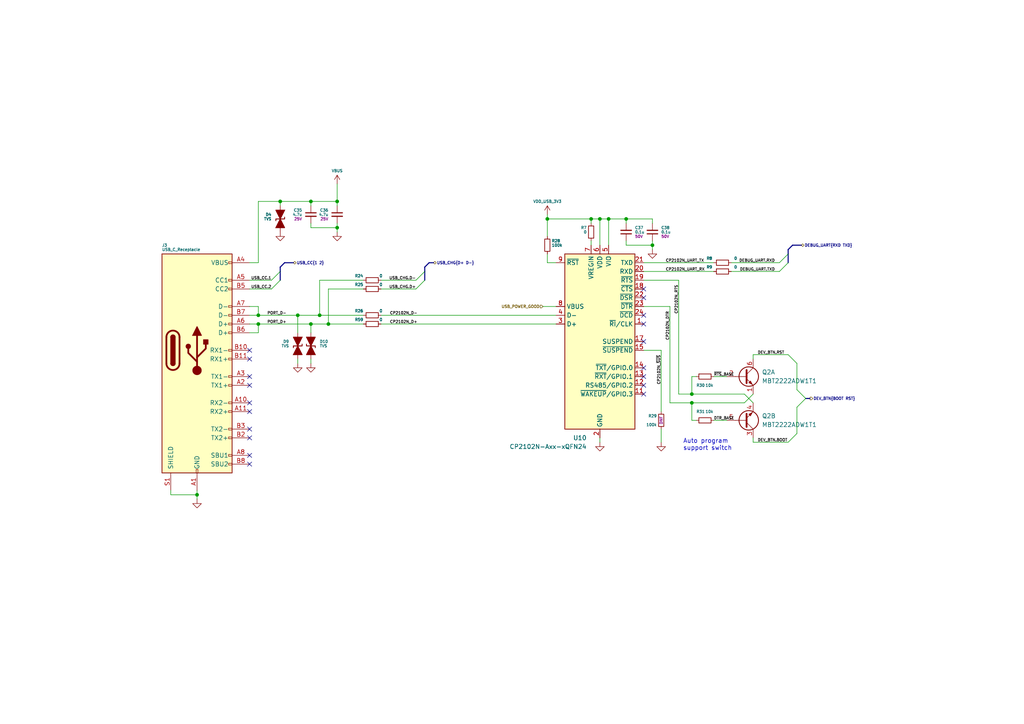
<source format=kicad_sch>
(kicad_sch (version 20211123) (generator eeschema)
  (paper "A4")
  (title_block (rev "A") (company "Frisius"))
  (lib_symbols
    (symbol "Connector:USB_C_Receptacle" (pin_names (offset 1.016))
      (property "Reference" "J" (at -10.16 29.21 0))
      (property "Value" "USB_C_Receptacle" (at 10.16 29.21 0))
      (symbol "USB_C_Receptacle_0_0"
        (rectangle (start -0.254 -35.56) (end 0.254 -34.544))
        (rectangle (start 10.16 -32.766) (end 9.144 -33.274))
        (rectangle (start 10.16 -30.226) (end 9.144 -30.734))
        (rectangle (start 10.16 -25.146) (end 9.144 -25.654))
        (rectangle (start 10.16 -22.606) (end 9.144 -23.114))
        (rectangle (start 10.16 -17.526) (end 9.144 -18.034))
        (rectangle (start 10.16 -14.986) (end 9.144 -15.494))
        (rectangle (start 10.16 -9.906) (end 9.144 -10.414))
        (rectangle (start 10.16 -7.366) (end 9.144 -7.874))
        (rectangle (start 10.16 -2.286) (end 9.144 -2.794))
        (rectangle (start 10.16 0.254) (end 9.144 -0.254))
        (rectangle (start 10.16 5.334) (end 9.144 4.826))
        (rectangle (start 10.16 7.874) (end 9.144 7.366))
        (rectangle (start 10.16 10.414) (end 9.144 9.906))
        (rectangle (start 10.16 12.954) (end 9.144 12.446))
        (rectangle (start 10.16 18.034) (end 9.144 17.526))
        (rectangle (start 10.16 20.574) (end 9.144 20.066))
        (rectangle (start 10.16 25.654) (end 9.144 25.146))
      )
      (symbol "USB_C_Receptacle_0_1"
        (rectangle (start -10.16 27.94) (end 10.16 -35.56) (stroke (width 0.254)) (fill (type background)))
        (arc (start -8.89 -3.81) (mid -6.985 -5.715) (end -5.08 -3.81) (stroke (width 0.508)))
        (arc (start -7.62 -3.81) (mid -6.985 -4.445) (end -6.35 -3.81) (stroke (width 0.254)))
        (arc (start -7.62 -3.81) (mid -6.985 -4.445) (end -6.35 -3.81) (stroke (width 0.254)) (fill (type outline)))
        (rectangle (start -7.62 -3.81) (end -6.35 3.81) (stroke (width 0.254)) (fill (type outline)))
        (arc (start -6.35 3.81) (mid -6.985 4.445) (end -7.62 3.81) (stroke (width 0.254)))
        (arc (start -6.35 3.81) (mid -6.985 4.445) (end -7.62 3.81) (stroke (width 0.254)) (fill (type outline)))
        (arc (start -5.08 3.81) (mid -6.985 5.715) (end -8.89 3.81) (stroke (width 0.508)))
        (polyline (pts (xy -8.89 -3.81) (xy -8.89 3.81)) (stroke (width 0.508)))
        (polyline (pts (xy -5.08 3.81) (xy -5.08 -3.81)) (stroke (width 0.508)))
      )
      (symbol "USB_C_Receptacle_1_1"
        (circle (center -2.54 1.143) (radius 0.635) (stroke (width 0.254)) (fill (type outline)))
        (circle (center 0 -5.842) (radius 1.27) (fill (type outline)))
        (polyline (pts (xy 0 -5.842) (xy 0 4.318)) (stroke (width 0.508)))
        (polyline (pts (xy 0 -3.302) (xy -2.54 -0.762) (xy -2.54 0.508)) (stroke (width 0.508)))
        (polyline (pts (xy 0 -2.032) (xy 2.54 0.508) (xy 2.54 1.778)) (stroke (width 0.508)))
        (polyline (pts (xy -1.27 4.318) (xy 0 6.858) (xy 1.27 4.318) (xy -1.27 4.318)) (stroke (width 0.254)) (fill (type outline)))
        (rectangle (start 1.905 1.778) (end 3.175 3.048) (stroke (width 0.254)) (fill (type outline)))
        (pin passive line (at 0 -40.64 90) (length 5.08) (name "GND") (number "A1"))
        (pin bidirectional line (at 15.24 -15.24 180) (length 5.08) (name "RX2-") (number "A10"))
        (pin bidirectional line (at 15.24 -17.78 180) (length 5.08) (name "RX2+") (number "A11"))
        (pin passive line (at 0 -40.64 90) (length 5.08) hide (name "GND") (number "A12"))
        (pin bidirectional line (at 15.24 -10.16 180) (length 5.08) (name "TX1+") (number "A2"))
        (pin bidirectional line (at 15.24 -7.62 180) (length 5.08) (name "TX1-") (number "A3"))
        (pin passive line (at 15.24 25.4 180) (length 5.08) (name "VBUS") (number "A4"))
        (pin bidirectional line (at 15.24 20.32 180) (length 5.08) (name "CC1") (number "A5"))
        (pin bidirectional line (at 15.24 7.62 180) (length 5.08) (name "D+") (number "A6"))
        (pin bidirectional line (at 15.24 12.7 180) (length 5.08) (name "D-") (number "A7"))
        (pin bidirectional line (at 15.24 -30.48 180) (length 5.08) (name "SBU1") (number "A8"))
        (pin passive line (at 15.24 25.4 180) (length 5.08) hide (name "VBUS") (number "A9"))
        (pin passive line (at 0 -40.64 90) (length 5.08) hide (name "GND") (number "B1"))
        (pin bidirectional line (at 15.24 0 180) (length 5.08) (name "RX1-") (number "B10"))
        (pin bidirectional line (at 15.24 -2.54 180) (length 5.08) (name "RX1+") (number "B11"))
        (pin passive line (at 0 -40.64 90) (length 5.08) hide (name "GND") (number "B12"))
        (pin bidirectional line (at 15.24 -25.4 180) (length 5.08) (name "TX2+") (number "B2"))
        (pin bidirectional line (at 15.24 -22.86 180) (length 5.08) (name "TX2-") (number "B3"))
        (pin passive line (at 15.24 25.4 180) (length 5.08) hide (name "VBUS") (number "B4"))
        (pin bidirectional line (at 15.24 17.78 180) (length 5.08) (name "CC2") (number "B5"))
        (pin bidirectional line (at 15.24 5.08 180) (length 5.08) (name "D+") (number "B6"))
        (pin bidirectional line (at 15.24 10.16 180) (length 5.08) (name "D-") (number "B7"))
        (pin bidirectional line (at 15.24 -33.02 180) (length 5.08) (name "SBU2") (number "B8"))
        (pin passive line (at 15.24 25.4 180) (length 5.08) hide (name "VBUS") (number "B9"))
        (pin passive line (at -7.62 -40.64 90) (length 5.08) (name "SHIELD") (number "S1"))
      )
    )
    (symbol "Device:C_Small" (pin_numbers hide) (pin_names (offset 0.254) hide)
      (property "Reference" "C" (at 0.254 1.778 0))
      (property "Value" "C_Small" (at 0.254 -2.032 0))
      (symbol "C_Small_0_1"
        (polyline (pts (xy -1.524 -0.508) (xy 1.524 -0.508)) (stroke (width 0.3302)))
        (polyline (pts (xy -1.524 0.508) (xy 1.524 0.508)) (stroke (width 0.3048)))
      )
      (symbol "C_Small_1_1"
        (pin passive line (at 0 2.54 270) (length 2.032) (name "~") (number "1"))
        (pin passive line (at 0 -2.54 90) (length 2.032) (name "~") (number "2"))
      )
    )
    (symbol "Device:D_TVS_Filled" (pin_numbers hide) (pin_names (offset 1.016) hide)
      (property "Reference" "D" (at 0 2.54 0))
      (property "Value" "D_TVS_Filled" (at 0 -2.54 0))
      (symbol "D_TVS_Filled_0_1"
        (polyline (pts (xy 1.27 0) (xy -1.27 0)))
        (polyline (pts (xy -2.54 -1.27) (xy 0 0) (xy -2.54 1.27) (xy -2.54 -1.27)) (stroke (width 0.254)) (fill (type outline)))
        (polyline (pts (xy 0.508 1.27) (xy 0 1.27) (xy 0 -1.27) (xy -0.508 -1.27)) (stroke (width 0.254)))
        (polyline (pts (xy 2.54 1.27) (xy 2.54 -1.27) (xy 0 0) (xy 2.54 1.27)) (stroke (width 0.254)) (fill (type outline)))
      )
      (symbol "D_TVS_Filled_1_1"
        (pin passive line (at -3.81 0 0) (length 2.54) (name "A1") (number "1"))
        (pin passive line (at 3.81 0 180) (length 2.54) (name "A2") (number "2"))
      )
    )
    (symbol "Device:R_Small" (pin_numbers hide) (pin_names (offset 0.254) hide)
      (property "Reference" "R" (at 0.762 0.508 0))
      (property "Value" "R_Small" (at 0.762 -1.016 0))
      (symbol "R_Small_0_1"
        (rectangle (start -0.762 1.778) (end 0.762 -1.778) (stroke (width 0.2032)))
      )
      (symbol "R_Small_1_1"
        (pin passive line (at 0 2.54 270) (length 0.762) (name "~") (number "1"))
        (pin passive line (at 0 -2.54 90) (length 0.762) (name "~") (number "2"))
      )
    )
    (symbol "Interface_USB:CP2102N-Axx-xQFN24"
      (property "Reference" "U" (at -8.89 26.67 0))
      (property "Value" "CP2102N-Axx-xQFN24" (at 13.97 26.67 0))
      (symbol "CP2102N-Axx-xQFN24_0_1"
        (rectangle (start -10.16 25.4) (end 10.16 -25.4) (stroke (width 0.254)) (fill (type background)))
      )
      (symbol "CP2102N-Axx-xQFN24_1_1"
        (pin bidirectional line (at 12.7 5.08 180) (length 2.54) (name "~{RI}/CLK") (number "1"))
        (pin no_connect line (at -10.16 -22.86 0) (length 2.54) hide (name "NC") (number "10"))
        (pin bidirectional line (at 12.7 -15.24 180) (length 2.54) (name "~{WAKEUP}/GPIO.3") (number "11"))
        (pin bidirectional line (at 12.7 -12.7 180) (length 2.54) (name "RS485/GPIO.2") (number "12"))
        (pin bidirectional line (at 12.7 -10.16 180) (length 2.54) (name "~{RXT}/GPIO.1") (number "13"))
        (pin bidirectional line (at 12.7 -7.62 180) (length 2.54) (name "~{TXT}/GPIO.0") (number "14"))
        (pin output line (at 12.7 -2.54 180) (length 2.54) (name "~{SUSPEND}") (number "15"))
        (pin no_connect line (at 10.16 -22.86 180) (length 2.54) hide (name "NC") (number "16"))
        (pin output line (at 12.7 0 180) (length 2.54) (name "SUSPEND") (number "17"))
        (pin input line (at 12.7 15.24 180) (length 2.54) (name "~{CTS}") (number "18"))
        (pin output line (at 12.7 17.78 180) (length 2.54) (name "~{RTS}") (number "19"))
        (pin power_in line (at 0 -27.94 90) (length 2.54) (name "GND") (number "2"))
        (pin input line (at 12.7 20.32 180) (length 2.54) (name "RXD") (number "20"))
        (pin output line (at 12.7 22.86 180) (length 2.54) (name "TXD") (number "21"))
        (pin input line (at 12.7 12.7 180) (length 2.54) (name "~{DSR}") (number "22"))
        (pin output line (at 12.7 10.16 180) (length 2.54) (name "~{DTR}") (number "23"))
        (pin input line (at 12.7 7.62 180) (length 2.54) (name "~{DCD}") (number "24"))
        (pin passive line (at 0 -27.94 90) (length 2.54) hide (name "GND") (number "25"))
        (pin bidirectional line (at -12.7 5.08 0) (length 2.54) (name "D+") (number "3"))
        (pin bidirectional line (at -12.7 7.62 0) (length 2.54) (name "D-") (number "4"))
        (pin power_in line (at 2.54 27.94 270) (length 2.54) (name "VIO") (number "5"))
        (pin power_in line (at 0 27.94 270) (length 2.54) (name "VDD") (number "6"))
        (pin power_in line (at -2.54 27.94 270) (length 2.54) (name "VREGIN") (number "7"))
        (pin input line (at -12.7 10.16 0) (length 2.54) (name "VBUS") (number "8"))
        (pin input line (at -12.7 22.86 0) (length 2.54) (name "~{RST}") (number "9"))
      )
    )
    (symbol "Transistor_BJT:MBT2222ADW1T1" (pin_names (offset 0) hide)
      (property "Reference" "Q" (at 5.08 1.27 0))
      (property "Value" "MBT2222ADW1T1" (at 5.08 -1.27 0))
      (symbol "MBT2222ADW1T1_0_1"
        (polyline (pts (xy 0.635 0) (xy -2.54 0)))
        (polyline (pts (xy 0.635 0.635) (xy 2.54 2.54)))
        (polyline (pts (xy 0.635 -0.635) (xy 2.54 -2.54) (xy 2.54 -2.54)))
        (polyline (pts (xy 0.635 1.905) (xy 0.635 -1.905) (xy 0.635 -1.905)) (stroke (width 0.508)))
        (polyline (pts (xy 1.27 -1.778) (xy 1.778 -1.27) (xy 2.286 -2.286) (xy 1.27 -1.778) (xy 1.27 -1.778)) (fill (type outline)))
        (circle (center 1.27 0) (radius 2.8194) (stroke (width 0.254)))
      )
      (symbol "MBT2222ADW1T1_1_1"
        (pin passive line (at 2.54 -5.08 90) (length 2.54) (name "E1") (number "1"))
        (pin input line (at -5.08 0 0) (length 2.54) (name "B1") (number "2"))
        (pin passive line (at 2.54 5.08 270) (length 2.54) (name "C1") (number "6"))
      )
      (symbol "MBT2222ADW1T1_2_1"
        (pin passive line (at 2.54 5.08 270) (length 2.54) (name "C2") (number "3"))
        (pin passive line (at 2.54 -5.08 90) (length 2.54) (name "E2") (number "4"))
        (pin input line (at -5.08 0 0) (length 2.54) (name "B2") (number "5"))
      )
    )
    (symbol "bt_power:VDD_USB_3V3" (power) (in_bom no) (on_board no)
      (property "Value" "VDD_USB_3V3" (at 0.2286 3.5814 0))
      (symbol "VDD_USB_3V3_0_1"
        (polyline (pts (xy -0.762 1.27) (xy 0 2.54)))
        (polyline (pts (xy 0 0) (xy 0 2.54)))
        (polyline (pts (xy 0 2.54) (xy 0.762 1.27)))
      )
      (symbol "VDD_USB_3V3_1_1"
        (pin power_in line (at 0 0 90) (length 0) hide (name "VDD_USB_3V3") (number "1"))
      )
    )
    (symbol "power:GND" (power) (pin_names (offset 0))
      (property "Value" "GND" (at 0 -3.81 0))
      (symbol "GND_0_1"
        (polyline (pts (xy 0 0) (xy 0 -1.27) (xy 1.27 -1.27) (xy 0 -2.54) (xy -1.27 -1.27) (xy 0 -1.27)))
      )
      (symbol "GND_1_1"
        (pin power_in line (at 0 0 270) (length 0) hide (name "GND") (number "1"))
      )
    )
    (symbol "power:VBUS" (power) (pin_names (offset 0))
      (property "Value" "VBUS" (at 0 3.81 0))
      (symbol "VBUS_0_1"
        (polyline (pts (xy -0.762 1.27) (xy 0 2.54)))
        (polyline (pts (xy 0 0) (xy 0 2.54)))
        (polyline (pts (xy 0 2.54) (xy 0.762 1.27)))
      )
      (symbol "VBUS_1_1"
        (pin power_in line (at 0 0 90) (length 0) hide (name "VBUS") (number "1"))
      )
    )
  )
  (junction (at 181.61 63.5))
  (junction (at 95.25 93.98))
  (junction (at 200.66 116.84))
  (junction (at 74.93 93.98))
  (junction (at 92.71 91.44))
  (junction (at 171.45 63.5))
  (junction (at 97.79 66.04))
  (junction (at 173.99 63.5))
  (junction (at 176.53 63.5))
  (junction (at 81.28 58.42))
  (junction (at 74.93 91.44))
  (junction (at 90.17 93.98))
  (junction (at 97.79 58.42))
  (junction (at 189.23 71.12))
  (junction (at 200.66 114.3))
  (junction (at 158.75 63.5))
  (junction (at 90.17 58.42))
  (junction (at 57.15 143.51))
  (junction (at 86.36 91.44))
  (no_connect (at 186.69 83.82))
  (no_connect (at 186.69 114.3))
  (no_connect (at 186.69 91.44))
  (no_connect (at 186.69 86.36))
  (no_connect (at 186.69 93.98))
  (no_connect (at 186.69 111.76))
  (no_connect (at 72.39 134.62))
  (no_connect (at 72.39 101.6))
  (no_connect (at 72.39 109.22))
  (no_connect (at 72.39 104.14))
  (no_connect (at 72.39 111.76))
  (no_connect (at 72.39 132.08))
  (no_connect (at 72.39 119.38))
  (no_connect (at 72.39 116.84))
  (no_connect (at 72.39 127))
  (no_connect (at 72.39 124.46))
  (no_connect (at 186.69 99.06))
  (no_connect (at 186.69 106.68))
  (no_connect (at 186.69 109.22))
  (bus_entry (at 228.6 76.2) (size -2.54 2.54))
  (bus_entry (at 123.19 81.28) (size -2.54 2.54))
  (bus_entry (at 81.28 81.28) (size -2.54 2.54))
  (bus_entry (at 228.6 73.66) (size -2.54 2.54))
  (bus_entry (at 231.14 118.11) (size 2.54 -2.54))
  (bus_entry (at 123.19 78.74) (size -2.54 2.54))
  (bus_entry (at 231.14 113.03) (size 2.54 2.54))
  (bus_entry (at 81.28 78.74) (size -2.54 2.54))
  (wire (pts (xy 72.39 83.82) (xy 78.74 83.82)))
  (wire (pts (xy 72.39 81.28) (xy 78.74 81.28)))
  (wire (pts (xy 194.31 116.84) (xy 200.66 116.84)))
  (wire (pts (xy 90.17 64.77) (xy 90.17 66.04)))
  (wire (pts (xy 207.01 121.92) (xy 210.82 121.92)))
  (wire (pts (xy 57.15 143.51) (xy 57.15 142.24)))
  (wire (pts (xy 74.93 91.44) (xy 86.36 91.44)))
  (bus (pts (xy 82.55 76.2) (xy 81.28 77.47)))
  (wire (pts (xy 95.25 83.82) (xy 95.25 93.98)))
  (wire (pts (xy 196.85 81.28) (xy 196.85 114.3)))
  (wire (pts (xy 231.14 125.73) (xy 228.6 128.27)))
  (wire (pts (xy 90.17 66.04) (xy 97.79 66.04)))
  (wire (pts (xy 86.36 91.44) (xy 86.36 96.52)))
  (wire (pts (xy 207.01 109.22) (xy 210.82 109.22)))
  (wire (pts (xy 186.69 88.9) (xy 194.31 88.9)))
  (wire (pts (xy 171.45 69.85) (xy 171.45 71.12)))
  (bus (pts (xy 81.28 77.47) (xy 81.28 78.74)))
  (wire (pts (xy 189.23 63.5) (xy 181.61 63.5)))
  (bus (pts (xy 81.28 78.74) (xy 81.28 81.28)))
  (wire (pts (xy 196.85 114.3) (xy 200.66 114.3)))
  (wire (pts (xy 57.15 143.51) (xy 57.15 144.78)))
  (wire (pts (xy 72.39 88.9) (xy 74.93 88.9)))
  (wire (pts (xy 97.79 53.34) (xy 97.79 58.42)))
  (wire (pts (xy 74.93 88.9) (xy 74.93 91.44)))
  (wire (pts (xy 191.77 101.6) (xy 186.69 101.6)))
  (wire (pts (xy 186.69 78.74) (xy 207.01 78.74)))
  (wire (pts (xy 110.49 93.98) (xy 161.29 93.98)))
  (wire (pts (xy 181.61 63.5) (xy 176.53 63.5)))
  (wire (pts (xy 173.99 63.5) (xy 171.45 63.5)))
  (wire (pts (xy 218.44 102.87) (xy 228.6 102.87)))
  (wire (pts (xy 90.17 59.69) (xy 90.17 58.42)))
  (wire (pts (xy 218.44 102.87) (xy 218.44 104.14)))
  (wire (pts (xy 81.28 58.42) (xy 90.17 58.42)))
  (wire (pts (xy 157.48 88.9) (xy 161.29 88.9)))
  (wire (pts (xy 158.75 73.66) (xy 158.75 76.2)))
  (wire (pts (xy 74.93 76.2) (xy 72.39 76.2)))
  (wire (pts (xy 218.44 128.27) (xy 228.6 128.27)))
  (wire (pts (xy 74.93 93.98) (xy 90.17 93.98)))
  (wire (pts (xy 212.09 78.74) (xy 226.06 78.74)))
  (wire (pts (xy 200.66 121.92) (xy 201.93 121.92)))
  (wire (pts (xy 97.79 66.04) (xy 97.79 67.31)))
  (wire (pts (xy 189.23 71.12) (xy 189.23 72.39)))
  (wire (pts (xy 110.49 83.82) (xy 120.65 83.82)))
  (wire (pts (xy 215.9 116.84) (xy 218.44 114.3)))
  (wire (pts (xy 215.9 114.3) (xy 218.44 116.84)))
  (bus (pts (xy 123.19 78.74) (xy 123.19 77.47)))
  (wire (pts (xy 171.45 63.5) (xy 171.45 64.77)))
  (wire (pts (xy 191.77 119.38) (xy 191.77 101.6)))
  (wire (pts (xy 72.39 93.98) (xy 74.93 93.98)))
  (wire (pts (xy 110.49 81.28) (xy 120.65 81.28)))
  (wire (pts (xy 72.39 91.44) (xy 74.93 91.44)))
  (bus (pts (xy 123.19 77.47) (xy 124.46 76.2)))
  (wire (pts (xy 49.53 142.24) (xy 49.53 143.51)))
  (wire (pts (xy 189.23 64.77) (xy 189.23 63.5)))
  (wire (pts (xy 231.14 105.41) (xy 228.6 102.87)))
  (wire (pts (xy 49.53 143.51) (xy 57.15 143.51)))
  (wire (pts (xy 176.53 63.5) (xy 176.53 71.12)))
  (bus (pts (xy 82.55 76.2) (xy 85.09 76.2)))
  (wire (pts (xy 90.17 58.42) (xy 97.79 58.42)))
  (bus (pts (xy 228.6 72.39) (xy 229.87 71.12)))
  (wire (pts (xy 173.99 128.27) (xy 173.99 127)))
  (wire (pts (xy 200.66 116.84) (xy 200.66 121.92)))
  (wire (pts (xy 181.61 69.85) (xy 181.61 71.12)))
  (wire (pts (xy 92.71 81.28) (xy 92.71 91.44)))
  (wire (pts (xy 181.61 63.5) (xy 181.61 64.77)))
  (bus (pts (xy 124.46 76.2) (xy 125.73 76.2)))
  (wire (pts (xy 189.23 71.12) (xy 189.23 69.85)))
  (wire (pts (xy 200.66 109.22) (xy 201.93 109.22)))
  (wire (pts (xy 86.36 91.44) (xy 92.71 91.44)))
  (wire (pts (xy 218.44 128.27) (xy 218.44 127)))
  (wire (pts (xy 200.66 116.84) (xy 215.9 116.84)))
  (wire (pts (xy 74.93 58.42) (xy 74.93 76.2)))
  (wire (pts (xy 196.85 81.28) (xy 186.69 81.28)))
  (bus (pts (xy 123.19 81.28) (xy 123.19 78.74)))
  (wire (pts (xy 97.79 59.69) (xy 97.79 58.42)))
  (wire (pts (xy 231.14 118.11) (xy 231.14 125.73)))
  (wire (pts (xy 95.25 93.98) (xy 105.41 93.98)))
  (wire (pts (xy 72.39 96.52) (xy 74.93 96.52)))
  (wire (pts (xy 90.17 93.98) (xy 95.25 93.98)))
  (wire (pts (xy 158.75 76.2) (xy 161.29 76.2)))
  (wire (pts (xy 173.99 63.5) (xy 173.99 71.12)))
  (bus (pts (xy 234.95 115.57) (xy 233.68 115.57)))
  (wire (pts (xy 158.75 62.23) (xy 158.75 63.5)))
  (bus (pts (xy 232.41 71.12) (xy 229.87 71.12)))
  (wire (pts (xy 74.93 58.42) (xy 81.28 58.42)))
  (wire (pts (xy 105.41 81.28) (xy 92.71 81.28)))
  (wire (pts (xy 181.61 71.12) (xy 189.23 71.12)))
  (wire (pts (xy 200.66 114.3) (xy 215.9 114.3)))
  (wire (pts (xy 105.41 83.82) (xy 95.25 83.82)))
  (wire (pts (xy 186.69 76.2) (xy 207.01 76.2)))
  (wire (pts (xy 158.75 63.5) (xy 158.75 68.58)))
  (wire (pts (xy 90.17 93.98) (xy 90.17 96.52)))
  (wire (pts (xy 81.28 59.69) (xy 81.28 58.42)))
  (wire (pts (xy 231.14 113.03) (xy 231.14 105.41)))
  (wire (pts (xy 176.53 63.5) (xy 173.99 63.5)))
  (bus (pts (xy 228.6 72.39) (xy 228.6 73.66)))
  (wire (pts (xy 158.75 63.5) (xy 171.45 63.5)))
  (wire (pts (xy 194.31 88.9) (xy 194.31 116.84)))
  (wire (pts (xy 212.09 76.2) (xy 226.06 76.2)))
  (wire (pts (xy 92.71 91.44) (xy 105.41 91.44)))
  (wire (pts (xy 110.49 91.44) (xy 161.29 91.44)))
  (wire (pts (xy 90.17 104.14) (xy 90.17 105.41)))
  (wire (pts (xy 191.77 124.46) (xy 191.77 128.27)))
  (wire (pts (xy 200.66 109.22) (xy 200.66 114.3)))
  (wire (pts (xy 74.93 96.52) (xy 74.93 93.98)))
  (bus (pts (xy 228.6 73.66) (xy 228.6 76.2)))
  (wire (pts (xy 86.36 104.14) (xy 86.36 105.41)))
  (wire (pts (xy 97.79 64.77) (xy 97.79 66.04)))
  (text "Auto program\nsupport switch" (at 198.12 130.81 0) (effects (font (size 1.27 1.27)) (justify left bottom)))
  (label "DEBUG_UART.RXD" (at 224.79 76.2 180) (effects (font (size 0.8 0.8))))
  (label "DEV_BTN.BOOT" (at 219.71 128.27 0) (effects (font (size 0.8 0.8))))
  (label "USB_CC.1" (at 78.74 81.28 180) (effects (font (size 0.8 0.8))))
  (label "DTR_BASE" (at 207.01 121.92 0) (effects (font (size 0.8 0.8))))
  (label "CP2102N_UART_RX" (at 193.04 78.74 0) (effects (font (size 0.8 0.8))))
  (label "CP2102N_D-" (at 113.03 91.44 0) (effects (font (size 0.8 0.8))))
  (label "PORT_D-" (at 77.47 91.44 0) (effects (font (size 0.8 0.8))))
  (label "DEV_BTN.RST" (at 219.71 102.87 0) (effects (font (size 0.8 0.8))))
  (label "CP2102N_~{SUS}" (at 191.77 102.87 270) (effects (font (size 0.8 0.8))))
  (label "USB_CC.2" (at 78.74 83.82 180) (effects (font (size 0.8 0.8))))
  (label "CP2102N_DTR" (at 194.31 90.17 270) (effects (font (size 0.8 0.8))))
  (label "CP2102N_D+" (at 113.03 93.98 0) (effects (font (size 0.8 0.8))))
  (label "CP2102N_RTS" (at 196.85 82.55 270) (effects (font (size 0.8 0.8))))
  (label "DEBUG_UART.TXD" (at 224.79 78.74 180) (effects (font (size 0.8 0.8))))
  (label "USB_CHG.D-" (at 120.65 81.28 180) (effects (font (size 0.8 0.8))))
  (label "USB_CHG.D+" (at 120.65 83.82 180) (effects (font (size 0.8 0.8))))
  (label "CP2102N_UART_TX" (at 193.04 76.2 0) (effects (font (size 0.8 0.8))))
  (label "~{RTS}_BASE" (at 207.01 109.22 0) (effects (font (size 0.8 0.8))))
  (label "PORT_D+" (at 77.47 93.98 0) (effects (font (size 0.8 0.8))))
  (hierarchical_label "USB_CC{1 2}" (shape bidirectional) (at 85.09 76.2 0) (effects (font (size 0.8 0.8))))
  (hierarchical_label "USB_CHG{D+ D-}" (shape bidirectional) (at 125.73 76.2 0) (effects (font (size 0.8 0.8))))
  (hierarchical_label "USB_POWER_GOOD" (shape input) (at 157.48 88.9 180) (effects (font (size 0.8 0.8))))
  (hierarchical_label "DEV_BTN{BOOT RST}" (shape output) (at 234.95 115.57 0) (effects (font (size 0.8 0.8))))
  (hierarchical_label "DEBUG_UART{RXD TXD}" (shape bidirectional) (at 232.41 71.12 0) (effects (font (size 0.8 0.8))))
  (symbol (lib_id "Device:D_TVS_Filled") (at 90.17 100.33 90) (unit 1)
    (property "Reference" "D10" (at 92.71 99.06 90) (effects (font (size 0.8 0.8)) (justify right)))
    (property "Value" "TVS" (at 92.71 100.33 90) (effects (font (size 0.8 0.8)) (justify right)))
    (property "Footprint" "Diode_SMD:D_SOD-523" (effects hide))
  )
  (symbol (lib_id "Device:C_Small") (at 181.61 67.31 0) (mirror x) (unit 1)
    (property "Reference" "C37" (at 184.15 66.04 0) (effects (font (size 0.8 0.8)) (justify left)))
    (property "Value" "0.1u" (at 184.15 67.31 0) (effects (font (size 0.8 0.8)) (justify left)))
    (property "Footprint" "Capacitor_SMD:C_0402_1005Metric" (effects hide))
    (property "Voltage" "50V" (at 184.15 68.58 0) (effects (font (size 0.8 0.8)) (justify left)))
  )
  (symbol (lib_id "Device:R_Small") (at 209.55 76.2 270) (mirror x) (unit 1)
    (property "Reference" "R8" (at 205.74 74.93 90) (effects (font (size 0.8 0.8))))
    (property "Value" "0" (at 213.36 74.93 90) (effects (font (size 0.8 0.8))))
    (property "Footprint" "Resistor_SMD:R_0402_1005Metric" (effects hide))
  )
  (symbol (lib_id "Device:C_Small") (at 97.79 62.23 0) (mirror y) (unit 1)
    (property "Reference" "C36" (at 95.25 60.96 0) (effects (font (size 0.8 0.8)) (justify left)))
    (property "Value" "4.7u" (at 95.25 62.23 0) (effects (font (size 0.8 0.8)) (justify left)))
    (property "Footprint" "Capacitor_SMD:C_0603_1608Metric" (effects hide))
    (property "Voltage" "25V" (at 95.25 63.5 0) (effects (font (size 0.8 0.8)) (justify left)))
  )
  (symbol (lib_id "Device:D_TVS_Filled") (at 86.36 100.33 270) (mirror x) (unit 1)
    (property "Reference" "D9" (at 83.82 99.06 90) (effects (font (size 0.8 0.8)) (justify right)))
    (property "Value" "TVS" (at 83.82 100.33 90) (effects (font (size 0.8 0.8)) (justify right)))
    (property "Footprint" "Diode_SMD:D_SOD-523" (effects hide))
  )
  (symbol (lib_id "Device:R_Small") (at 209.55 78.74 270) (mirror x) (unit 1)
    (property "Reference" "R9" (at 205.74 77.47 90) (effects (font (size 0.8 0.8))))
    (property "Value" "0" (at 213.36 77.47 90) (effects (font (size 0.8 0.8))))
    (property "Footprint" "Resistor_SMD:R_0402_1005Metric" (effects hide))
  )
  (symbol (lib_id "power:GND") (at 173.99 128.27 0) (unit 1)
    (property "Reference" "#PWR048" (effects hide))
    (property "Value" "GND" (effects hide))
  )
  (symbol (lib_id "power:GND") (at 97.79 67.31 0) (unit 1)
    (property "Reference" "#PWR042" (effects hide))
    (property "Value" "GND" (effects hide))
  )
  (symbol (lib_id "Device:R_Small") (at 107.95 83.82 90) (unit 1)
    (property "Reference" "R25" (at 104.14 82.55 90) (effects (font (size 0.8 0.8))))
    (property "Value" "0" (at 110.49 82.55 90) (effects (font (size 0.8 0.8))))
    (property "Footprint" "Resistor_SMD:R_0402_1005Metric" (effects hide))
  )
  (symbol (lib_id "Connector:USB_C_Receptacle") (at 57.15 101.6 0) (unit 1)
    (property "Reference" "J3" (at 46.99 71.12 0) (effects (font (size 0.8 0.8)) (justify left)))
    (property "Value" "USB_C_Receptacle" (at 46.99 72.39 0) (effects (font (size 0.8 0.8)) (justify left)))
    (property "Footprint" "bt_Connector_USB:AMPHENOL_124019032112A" (effects hide))
    (property "Datasheet" "https://www.usb.org/sites/default/files/documents/usb_type-c.zip" (effects hide))
  )
  (symbol (lib_id "power:GND") (at 90.17 105.41 0) (unit 1)
    (property "Reference" "#PWR0102" (effects hide))
    (property "Value" "GND" (effects hide))
  )
  (symbol (lib_id "Device:R_Small") (at 171.45 67.31 0) (mirror x) (unit 1)
    (property "Reference" "R7" (at 170.18 66.04 0) (effects (font (size 0.8 0.8)) (justify right)))
    (property "Value" "0" (at 170.18 67.31 0) (effects (font (size 0.8 0.8)) (justify right)))
    (property "Footprint" "Resistor_SMD:R_0402_1005Metric" (effects hide))
  )
  (symbol (lib_id "Device:R_Small") (at 158.75 71.12 180) (unit 1)
    (property "Reference" "R28" (at 160.02 69.85 0) (effects (font (size 0.8 0.8)) (justify right)))
    (property "Value" "100k" (at 160.02 71.12 0) (effects (font (size 0.8 0.8)) (justify right)))
    (property "Footprint" "Resistor_SMD:R_0402_1005Metric" (effects hide))
  )
  (symbol (lib_id "power:GND") (at 81.28 67.31 0) (unit 1)
    (property "Reference" "#PWR040" (effects hide))
    (property "Value" "GND" (effects hide))
  )
  (symbol (lib_id "power:GND") (at 191.77 128.27 0) (unit 1)
    (property "Reference" "#PWR050" (effects hide))
    (property "Value" "GND" (effects hide))
  )
  (symbol (lib_id "bt_power:VDD_USB_3V3") (at 158.75 62.23 0) (unit 1) (in_bom no) (on_board no)
    (property "Reference" "#U0106" (effects hide))
    (property "Value" "VDD_USB_3V3" (at 158.75 58.42 0) (effects (font (size 0.8 0.8))))
  )
  (symbol (lib_id "Interface_USB:CP2102N-Axx-xQFN24") (at 173.99 99.06 0) (unit 1)
    (property "Reference" "U10" (at 170.18 127 0) (effects (justify right)))
    (property "Value" "CP2102N-Axx-xQFN24" (at 170.18 129.54 0) (effects (justify right)))
    (property "Footprint" "Package_DFN_QFN:QFN-24-1EP_4x4mm_P0.5mm_EP2.6x2.6mm" (effects hide))
    (property "Datasheet" "https://www.silabs.com/documents/public/data-sheets/cp2102n-datasheet.pdf" (effects hide))
  )
  (symbol (lib_id "Device:R_Small") (at 191.77 121.92 0) (unit 1)
    (property "Reference" "R29" (at 190.5 120.65 0) (effects (font (size 0.8 0.8)) (justify right)))
    (property "Value" "100k" (at 190.5 123.19 0) (effects (font (size 0.8 0.8)) (justify right)))
    (property "Footprint" "Resistor_SMD:R_0402_1005Metric" (effects hide))
    (property "DNF" "DNF" (at 191.77 120.65 90) (effects (font (size 0.8 0.8)) (justify right)))
  )
  (symbol (lib_id "power:GND") (at 189.23 72.39 0) (mirror y) (unit 1)
    (property "Reference" "#PWR0103" (effects hide))
    (property "Value" "GND" (effects hide))
  )
  (symbol (lib_id "Device:C_Small") (at 189.23 67.31 0) (mirror x) (unit 1)
    (property "Reference" "C38" (at 191.77 66.04 0) (effects (font (size 0.8 0.8)) (justify left)))
    (property "Value" "0.1u" (at 191.77 67.31 0) (effects (font (size 0.8 0.8)) (justify left)))
    (property "Footprint" "Capacitor_SMD:C_0402_1005Metric" (effects hide))
    (property "Voltage" "50V" (at 191.77 68.58 0) (effects (font (size 0.8 0.8)) (justify left)))
  )
  (symbol (lib_id "Device:R_Small") (at 107.95 93.98 90) (unit 1)
    (property "Reference" "R59" (at 104.14 92.71 90) (effects (font (size 0.8 0.8))))
    (property "Value" "0" (at 110.49 92.71 90) (effects (font (size 0.8 0.8))))
    (property "Footprint" "Resistor_SMD:R_0402_1005Metric" (effects hide))
  )
  (symbol (lib_id "power:GND") (at 86.36 105.41 0) (unit 1)
    (property "Reference" "#PWR0101" (effects hide))
    (property "Value" "GND" (effects hide))
  )
  (symbol (lib_id "Device:R_Small") (at 204.47 121.92 90) (mirror x) (unit 1)
    (property "Reference" "R31" (at 203.2 119.38 90) (effects (font (size 0.8 0.8))))
    (property "Value" "10k" (at 205.74 119.38 90) (effects (font (size 0.8 0.8))))
    (property "Footprint" "Resistor_SMD:R_0402_1005Metric" (effects hide))
  )
  (symbol (lib_id "Device:R_Small") (at 204.47 109.22 270) (mirror x) (unit 1)
    (property "Reference" "R30" (at 203.2 111.76 90) (effects (font (size 0.8 0.8))))
    (property "Value" "10k" (at 205.74 111.76 90) (effects (font (size 0.8 0.8))))
    (property "Footprint" "Resistor_SMD:R_0402_1005Metric" (effects hide))
  )
  (symbol (lib_id "Device:C_Small") (at 90.17 62.23 0) (mirror y) (unit 1)
    (property "Reference" "C35" (at 87.63 60.96 0) (effects (font (size 0.8 0.8)) (justify left)))
    (property "Value" "4.7u" (at 87.63 62.23 0) (effects (font (size 0.8 0.8)) (justify left)))
    (property "Footprint" "Capacitor_SMD:C_0603_1608Metric" (effects hide))
    (property "Voltage" "25V" (at 87.63 63.5 0) (effects (font (size 0.8 0.8)) (justify left)))
  )
  (symbol (lib_id "Device:D_TVS_Filled") (at 81.28 63.5 270) (mirror x) (unit 1)
    (property "Reference" "D4" (at 78.74 62.23 90) (effects (font (size 0.8 0.8)) (justify right)))
    (property "Value" "TVS" (at 78.74 63.5 90) (effects (font (size 0.8 0.8)) (justify right)))
    (property "Footprint" "Diode_SMD:D_SOD-523" (effects hide))
  )
  (symbol (lib_id "Device:R_Small") (at 107.95 81.28 90) (unit 1)
    (property "Reference" "R24" (at 104.14 80.01 90) (effects (font (size 0.8 0.8))))
    (property "Value" "0" (at 110.49 80.01 90) (effects (font (size 0.8 0.8))))
    (property "Footprint" "Resistor_SMD:R_0402_1005Metric" (effects hide))
  )
  (symbol (lib_id "Transistor_BJT:MBT2222ADW1T1") (at 215.9 109.22 0) (unit 1)
    (property "Reference" "Q2" (at 220.98 107.9499 0) (effects (justify left)))
    (property "Value" "MBT2222ADW1T1" (at 220.98 110.4899 0) (effects (justify left)))
    (property "Footprint" "Package_TO_SOT_SMD:SOT-363_SC-70-6" (effects hide))
    (property "Datasheet" "http://www.onsemi.com/pub_link/Collateral/MBT2222ADW1T1-D.PDF" (effects hide))
  )
  (symbol (lib_id "Device:R_Small") (at 107.95 91.44 90) (unit 1)
    (property "Reference" "R26" (at 104.14 90.17 90) (effects (font (size 0.8 0.8))))
    (property "Value" "0" (at 110.49 90.17 90) (effects (font (size 0.8 0.8))))
    (property "Footprint" "Resistor_SMD:R_0402_1005Metric" (effects hide))
  )
  (symbol (lib_id "power:GND") (at 57.15 144.78 0) (unit 1)
    (property "Reference" "#PWR039" (effects hide))
    (property "Value" "GND" (effects hide))
  )
  (symbol (lib_id "Transistor_BJT:MBT2222ADW1T1") (at 215.9 121.92 0) (mirror x) (unit 2)
    (property "Reference" "Q2" (at 220.98 120.6499 0) (effects (justify left)))
    (property "Value" "MBT2222ADW1T1" (at 220.98 123.1899 0) (effects (justify left)))
    (property "Footprint" "Package_TO_SOT_SMD:SOT-363_SC-70-6" (effects hide))
    (property "Datasheet" "http://www.onsemi.com/pub_link/Collateral/MBT2222ADW1T1-D.PDF" (effects hide))
  )
  (symbol (lib_id "power:VBUS") (at 97.79 53.34 0) (unit 1)
    (property "Reference" "#PWR041" (effects hide))
    (property "Value" "VBUS" (at 97.79 49.53 0) (effects (font (size 0.8 0.8))))
  )
)
</source>
